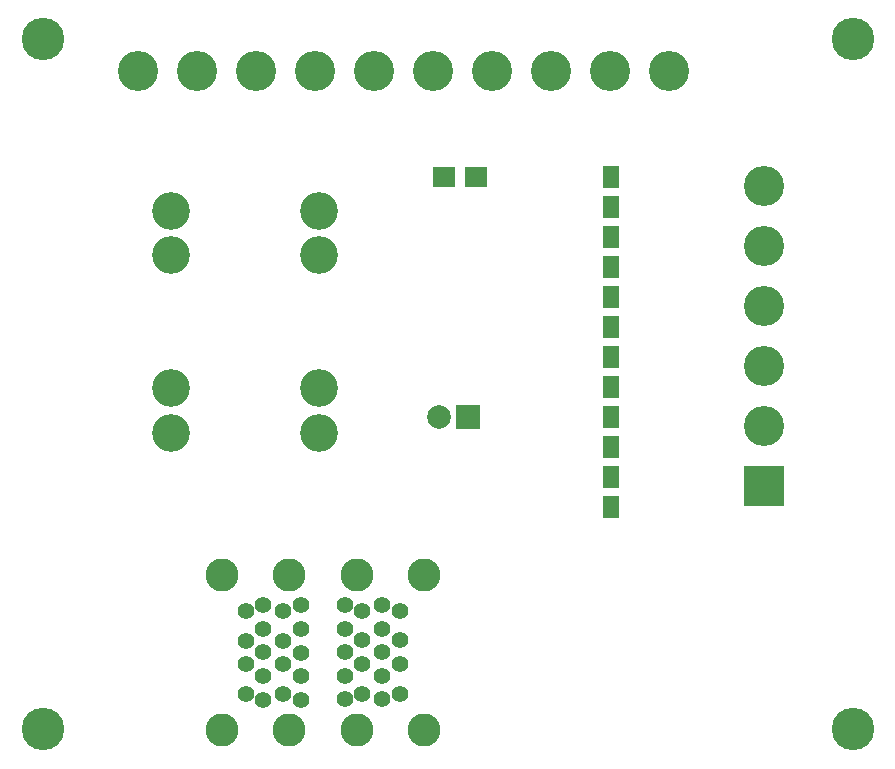
<source format=gbr>
G04 #@! TF.FileFunction,Soldermask,Top*
%FSLAX46Y46*%
G04 Gerber Fmt 4.6, Leading zero omitted, Abs format (unit mm)*
G04 Created by KiCad (PCBNEW 4.0.7) date 05/16/18 04:16:24*
%MOMM*%
%LPD*%
G01*
G04 APERTURE LIST*
%ADD10C,0.100000*%
%ADD11C,3.600000*%
%ADD12R,2.000000X2.000000*%
%ADD13C,2.000000*%
%ADD14C,2.800000*%
%ADD15C,1.400000*%
%ADD16R,3.400000X3.400000*%
%ADD17C,3.400000*%
%ADD18C,3.200000*%
%ADD19R,1.400000X1.924000*%
%ADD20R,1.900000X1.700000*%
G04 APERTURE END LIST*
D10*
D11*
X88900000Y-129540000D03*
X88900000Y-71120000D03*
X157480000Y-129540000D03*
D12*
X124928000Y-103124000D03*
D13*
X122428000Y-103124000D03*
D14*
X104089272Y-129604668D03*
X109769272Y-129604668D03*
X109769272Y-116464668D03*
X104099272Y-116464668D03*
D15*
X106089272Y-119534668D03*
X106089272Y-126534668D03*
X106089272Y-124034668D03*
X106089272Y-122034668D03*
X107589272Y-119034668D03*
X107589272Y-121034668D03*
X107589272Y-123024668D03*
X107589272Y-125034668D03*
X107589272Y-127034668D03*
X109289272Y-126534668D03*
X109289272Y-124034668D03*
X109289272Y-122034668D03*
X109289272Y-119534668D03*
X110789272Y-119034668D03*
X110789272Y-121034668D03*
X110789272Y-123034668D03*
X110789272Y-125034668D03*
X110789272Y-127034668D03*
D14*
X121170272Y-129572668D03*
X115490272Y-129572668D03*
X115490272Y-116432668D03*
X121160272Y-116432668D03*
D15*
X119170272Y-119502668D03*
X119170272Y-126502668D03*
X119170272Y-124002668D03*
X119170272Y-122002668D03*
X117670272Y-119002668D03*
X117670272Y-121002668D03*
X117670272Y-122992668D03*
X117670272Y-125002668D03*
X117670272Y-127002668D03*
X115970272Y-126502668D03*
X115970272Y-124002668D03*
X115970272Y-122002668D03*
X115970272Y-119502668D03*
X114470272Y-119002668D03*
X114470272Y-121002668D03*
X114470272Y-123002668D03*
X114470272Y-125002668D03*
X114470272Y-127002668D03*
D16*
X149987000Y-108966000D03*
D17*
X149987000Y-103886000D03*
X149987000Y-98806000D03*
X149987000Y-93726000D03*
X149987000Y-88646000D03*
X149987000Y-83566000D03*
D18*
X99768000Y-85608000D03*
X99768000Y-89408000D03*
X112268000Y-85608000D03*
X112268000Y-89408000D03*
X99768000Y-100608000D03*
X99768000Y-104408000D03*
X112268000Y-100608000D03*
X112268000Y-104408000D03*
D17*
X96967000Y-73787000D03*
X101957000Y-73797000D03*
X106957000Y-73797000D03*
X111967000Y-73787000D03*
X116967000Y-73787000D03*
X121957000Y-73797000D03*
X126957000Y-73797000D03*
X131967000Y-73787000D03*
X136967000Y-73787000D03*
X141967000Y-73787000D03*
D19*
X137033000Y-82804000D03*
X137033000Y-85344000D03*
X137033000Y-87884000D03*
X137033000Y-90424000D03*
X137033000Y-95504000D03*
X137033000Y-100584000D03*
X137033000Y-92964000D03*
X137033000Y-98044000D03*
X137033000Y-110744000D03*
X137033000Y-103124000D03*
X137033000Y-105664000D03*
X137033000Y-108204000D03*
D20*
X122856000Y-82804000D03*
X125556000Y-82804000D03*
D11*
X157480000Y-71120000D03*
M02*

</source>
